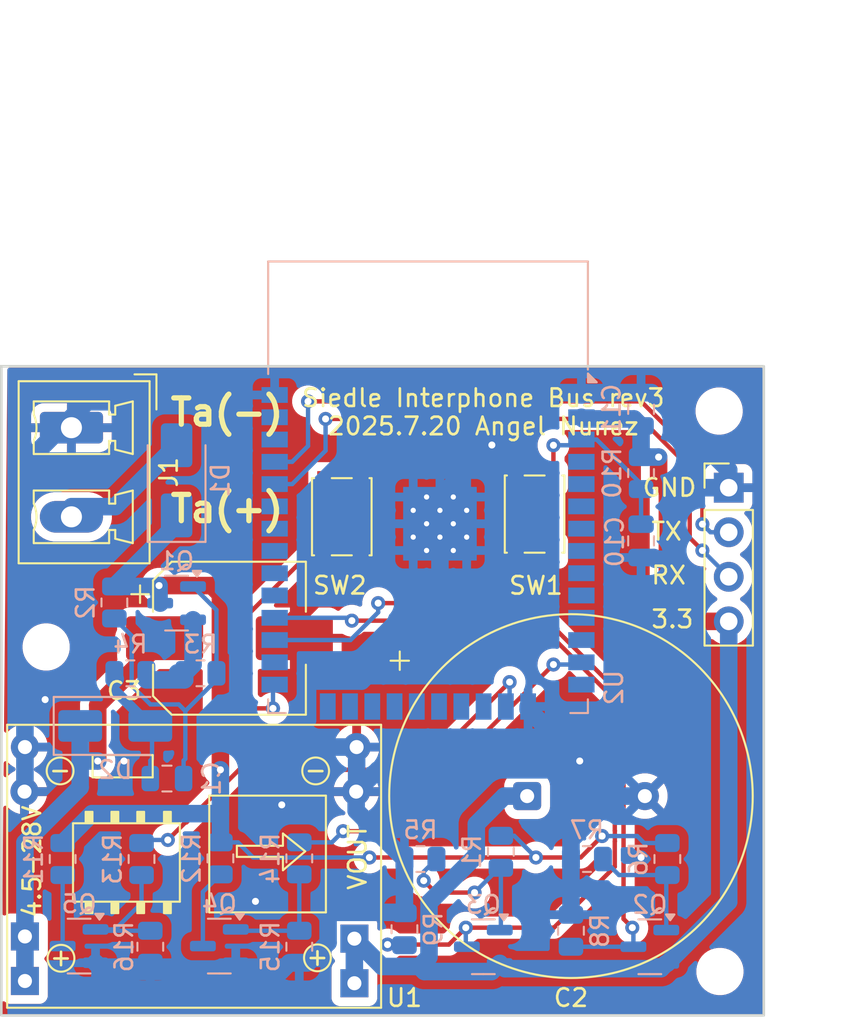
<source format=kicad_pcb>
(kicad_pcb (version 20241229) (generator "pcbnew") (generator_version "9.0")
  (layers (0 "F.Cu" signal) (2 "B.Cu" signal) (13 "F.Paste" user) (15 "B.Paste" user) (5 "F.SilkS" user "F.Silkscreen") (7 "B.SilkS" user "B.Silkscreen") (1 "F.Mask" user) (3 "B.Mask" user) (25 "Edge.Cuts" user))
  (net 0 "")
  (net 1 "Net-(Q1-G)")
  (net 2 "RESET")
  (net 3 "GND")
  (net 4 "+3V3")
  (net 5 "VBUS")
  (net 6 "RX")
  (net 7 "TX")
  (net 8 "/t_out")
  (net 9 "Net-(U2-IO0)")
  (net 13 "Net-(Q2-B)")
  (net 18 "CARRIER")
  (net 19 "Net-(Q3-B)")
  (net 20 "LOAD")
  (net 23 "P_RX")
  (net 25 "Net-(Q4-D)")
  (net 27 "P_TX")
  (net 28 "Net-(Q5-D)")
  (net 39 "/out")
  (net 43 "Net-(Q4-G)")
  (net 44 "Net-(Q5-G)")
  (net 45 "/input+")
  (net 48 "Net-(D2-A)")
  (footprint "MountingHole:MountingHole_2.2mm_M2" (layer "F.Cu") (at 192.5 125)
    (property "Reference" "H2" (hide yes))
    (property "Value" "MountingHole" (hide yes))
    (pad "" np_thru_hole circle (at 0 0) (size 2.2 2.2) (drill 2.2) (layers "*.Cu" "*.Mask"))
  )
  (footprint "Capacitor_THT:CP_Radial_Tantal_D20.5mm_P5.00mm" (layer "F.Cu") (at 181.5 115)
    (property "Reference" "C2" (at 2.5 11.5 0) (layer "F.SilkS"))
    (property "Value" "1F")
    (pad "1" thru_hole roundrect (at 0 0) (size 1.6 1.6) (drill 0.8) (layers "*.Cu" "*.Mask") (roundrect_rratio 0.15625) (net 4 "+3V3"))
    (pad "2" thru_hole circle (at 6.717317 0) (size 1.6 1.6) (drill 0.8) (layers "*.Cu" "*.Mask") (net 3 "GND"))
  )
  (footprint "MountingHole:MountingHole_2.2mm_M2" (layer "F.Cu") (at 154.058021 106.498831)
    (property "Reference" "H3" (hide yes))
    (property "Value" "MountingHole" (hide yes))
    (pad "" np_thru_hole circle (at 0 0) (size 2.2 2.2) (drill 2.2) (layers "*.Cu" "*.Mask"))
  )
  (footprint "Button_Switch_SMD:SW_SPST_PTS810" (layer "F.Cu") (at 181.925 98.925 90)
    (property "Reference" "SW1" (at -4.075 0.075 180) (layer "F.SilkS"))
    (property "Value" "RESET")
    (pad "1" smd rect (at -2.075 -1.075 90) (size 1.05 0.65) (layers "F.Cu" "F.Mask" "F.Paste") (net 3 "GND"))
    (pad "1" smd rect (at 2.075 -1.075 90) (size 1.05 0.65) (layers "F.Cu" "F.Mask" "F.Paste") (net 3 "GND"))
    (pad "2" smd rect (at -2.075 1.075 90) (size 1.05 0.65) (layers "F.Cu" "F.Mask" "F.Paste") (net 2 "RESET"))
    (pad "2" smd rect (at 2.075 1.075 90) (size 1.05 0.65) (layers "F.Cu" "F.Mask" "F.Paste") (net 2 "RESET"))
  )
  (footprint "Connector_Phoenix_MC_HighVoltage:PhoenixContact_MCV_1,5_2-G-5.08_1x02_P5.08mm_Vertical" (layer "F.Cu") (at 155.5 94 -90)
    (property "Reference" "J1" (at 2.54 -5.55 90) (layer "F.SilkS"))
    (property "Value" "Conn_01x02" (hide yes))
    (pad "1" thru_hole roundrect (at 0 0 270) (size 1.8 3.6) (drill 1.2) (layers "*.Cu" "*.Mask") (roundrect_rratio 0.138889) (net 3 "GND"))
    (pad "2" thru_hole oval (at 5.08 0 270) (size 1.8 3.6) (drill 1.2) (layers "*.Cu" "*.Mask") (net 45 "/input+"))
  )
  (footprint "MountingHole:MountingHole_2.2mm_M2" (layer "F.Cu") (at 192.453523 93.051211)
    (property "Reference" "H1" (hide yes))
    (property "Value" "MountingHole" (hide yes))
    (pad "" np_thru_hole circle (at 0 0) (size 2.2 2.2) (drill 2.2) (layers "*.Cu" "*.Mask"))
  )
  (footprint "Converter_DCDC:SRT_MPT1584EN_Module" (layer "F.Cu") (at 163.008 118.4285)
    (property "Reference" "U1" (at 11.492 8.0715 0) (layer "F.SilkS"))
    (property "Value" "~")
    (fp_text user "+" (at -8.1026 5.7531 0) (layer "F.SilkS"))
    (fp_text user "VOUT" (at 8.8138 0.0508 90) (layer "F.SilkS"))
    (fp_text user "-" (at -8.1534 -4.9276 0) (layer "F.SilkS"))
    (fp_text user "+" (at 6.5278 5.7277 0) (layer "F.SilkS"))
    (fp_text user "-" (at 6.4262 -4.9276 0) (layer "F.SilkS"))
    (fp_text user "4.5-28V" (at -9.7536 0.3048 90) (layer "F.SilkS"))
    (pad "1" thru_hole rect (at -10.16 4.572 90) (size 1.6 1.6) (drill 0.8) (layers "*.Cu" "B.Mask") (net 39 "/out"))
    (pad "1" thru_hole rect (at -10.16 7.112 90) (size 1.6 1.6) (drill 0.8) (layers "*.Cu" "B.Mask") (net 39 "/out"))
    (pad "2" thru_hole oval (at -10.1854 -3.683 90) (size 1.6 1.6) (drill 0.8) (layers "*.Cu" "B.Mask") (net 3 "GND"))
    (pad "2" thru_hole oval (at -10.16 -6.223 90) (size 1.6 1.6) (drill 0.8) (layers "*.Cu" "B.Mask") (net 3 "GND"))
    (pad "3" thru_hole rect (at 8.636 4.699 90) (size 1.6 1.6) (drill 0.8) (layers "*.Cu" "B.Mask") (net 4 "+3V3"))
    (pad "3" thru_hole rect (at 8.636 7.239 90) (size 1.6 1.6) (drill 0.8) (layers "*.Cu" "B.Mask") (net 4 "+3V3"))
    (pad "4" thru_hole oval (at 8.7376 -3.683 90) (size 1.6 1.6) (drill 0.8) (layers "*.Cu" "B.Mask") (net 3 "GND"))
    (pad "4" thru_hole oval (at 8.763 -6.223 90) (size 1.6 1.6) (drill 0.8) (layers "*.Cu" "B.Mask") (net 3 "GND"))
  )
  (footprint "Capacitor_SMD:CP_Elec_8x10.5" (layer "F.Cu") (at 164.515686 106)
    (property "Reference" "C3" (at -6.015686 3 0) (layer "F.SilkS"))
    (property "Value" "220uF")
    (pad "1" smd roundrect (at -3.7 0) (size 4.4 2.5) (layers "F.Cu" "F.Mask" "F.Paste") (roundrect_rratio 0.1) (net 39 "/out"))
    (pad "2" smd roundrect (at 3.7 0) (size 4.4 2.5) (layers "F.Cu" "F.Mask" "F.Paste") (roundrect_rratio 0.1) (net 3 "GND"))
  )
  (footprint "Button_Switch_SMD:SW_SPST_PTS810" (layer "F.Cu") (at 170.925 99.075 90)
    (property "Reference" "SW2" (at -3.91719 -0.113814 180) (layer "F.SilkS"))
    (property "Value" "BOOT")
    (pad "1" smd rect (at -2.075 -1.075 90) (size 1.05 0.65) (layers "F.Cu" "F.Mask" "F.Paste") (net 9 "Net-(U2-IO0)"))
    (pad "1" smd rect (at 2.075 -1.075 90) (size 1.05 0.65) (layers "F.Cu" "F.Mask" "F.Paste") (net 9 "Net-(U2-IO0)"))
    (pad "2" smd rect (at -2.075 1.075 90) (size 1.05 0.65) (layers "F.Cu" "F.Mask" "F.Paste") (net 3 "GND"))
    (pad "2" smd rect (at 2.075 1.075 90) (size 1.05 0.65) (layers "F.Cu" "F.Mask" "F.Paste") (net 3 "GND"))
  )
  (footprint "Connector_PinHeader_2.54mm:PinHeader_1x04_P2.54mm_Vertical" (layer "F.Cu") (at 193 97.42)
    (property "Reference" "program_port1" (hide yes))
    (property "Value" "Conn_01x04_Male" (hide yes))
    (pad "1" thru_hole rect (at 0 0) (size 1.7 1.7) (drill 1) (layers "*.Cu" "*.Mask") (net 3 "GND"))
    (pad "2" thru_hole circle (at 0 2.54) (size 1.7 1.7) (drill 1) (layers "*.Cu" "*.Mask") (net 27 "P_TX"))
    (pad "3" thru_hole circle (at 0 5.08) (size 1.7 1.7) (drill 1) (layers "*.Cu" "*.Mask") (net 23 "P_RX"))
    (pad "4" thru_hole circle (at 0 7.62) (size 1.7 1.7) (drill 1) (layers "*.Cu" "*.Mask") (net 4 "+3V3"))
  )
  (footprint "Resistor_SMD:R_0805_2012Metric" (layer "B.Cu") (at 160 123.5875 -90)
    (property "Reference" "R16" (at 0 1.5 90) (layer "B.SilkS") (effects (justify mirror)))
    (property "Value" "10K")
    (pad "1" smd roundrect (at -0.9125 0 270) (size 1.025 1.4) (layers "B.Cu" "B.Mask" "B.Paste") (roundrect_rratio 0.243902) (net 44 "Net-(Q5-G)"))
    (pad "2" smd roundrect (at 0.9125 0 270) (size 1.025 1.4) (layers "B.Cu" "B.Mask" "B.Paste") (roundrect_rratio 0.243902) (net 3 "GND"))
  )
  (footprint "Package_TO_SOT_SMD:SOT-23" (layer "B.Cu") (at 188.5 123.5875 180)
    (property "Reference" "Q2" (at 0 2.4 0) (layer "B.SilkS") (effects (justify mirror)))
    (property "Value" "BC807")
    (pad "1" smd roundrect (at -0.9375 0.95 180) (size 1.475 0.6) (layers "B.Cu" "B.Mask" "B.Paste") (net 13 "Net-(Q2-B)"))
    (pad "2" smd roundrect (at -0.9375 -0.95 180) (size 1.475 0.6) (layers "B.Cu" "B.Mask" "B.Paste") (net 4 "+3V3"))
    (pad "3" smd roundrect (at 0.9375 0 180) (size 1.475 0.6) (layers "B.Cu" "B.Mask" "B.Paste") (net 18 "CARRIER"))
  )
  (footprint "Package_TO_SOT_SMD:SOT-23" (layer "B.Cu") (at 163.9375 123.55 180)
    (property "Reference" "Q4" (at 0 2.4 0) (layer "B.SilkS") (effects (justify mirror)))
    (property "Value" "IRLML0030")
    (pad "1" smd roundrect (at -0.9375 0.95 180) (size 1.475 0.6) (layers "B.Cu" "B.Mask" "B.Paste") (net 43 "Net-(Q4-G)"))
    (pad "2" smd roundrect (at -0.9375 -0.95 180) (size 1.475 0.6) (layers "B.Cu" "B.Mask" "B.Paste") (net 3 "GND"))
    (pad "3" smd roundrect (at 0.9375 0 180) (size 1.475 0.6) (layers "B.Cu" "B.Mask" "B.Paste") (net 25 "Net-(Q4-D)"))
  )
  (footprint "Diode_SMD:D_SMA" (layer "B.Cu") (at 161.5 97 90)
    (property "Reference" "D1" (at 0 2.5 90) (layer "B.SilkS") (effects (justify mirror)))
    (property "Value" "US2MA")
    (pad "1" smd roundrect (at -2 0 90) (size 2.5 1.8) (layers "B.Cu" "B.Mask" "B.Paste") (roundrect_rratio 0.1388888889) (net 5 "VBUS"))
    (pad "2" smd roundrect (at 2 0 90) (size 2.5 1.8) (layers "B.Cu" "B.Mask" "B.Paste") (roundrect_rratio 0.1388888889) (net 45 "/input+"))
  )
  (footprint "Resistor_SMD:R_0805_2012Metric" (layer "B.Cu") (at 184 122.675 90)
    (property "Reference" "R8" (at 0 1.65 90) (layer "B.SilkS") (effects (justify mirror)))
    (property "Value" "1K")
    (pad "1" smd roundrect (at -0.9125 0 90) (size 1.025 1.4) (layers "B.Cu" "B.Mask" "B.Paste") (roundrect_rratio 0.243902) (net 18 "CARRIER"))
    (pad "2" smd roundrect (at 0.9125 0 90) (size 1.025 1.4) (layers "B.Cu" "B.Mask" "B.Paste") (roundrect_rratio 0.243902) (net 3 "GND"))
  )
  (footprint "Resistor_SMD:R_0805_2012Metric" (layer "B.Cu") (at 180 118.175 -90)
    (property "Reference" "R1" (at 0 1.65 90) (layer "B.SilkS") (effects (justify mirror)))
    (property "Value" "10K")
    (pad "1" smd roundrect (at -0.9125 0 270) (size 1.025 1.4) (layers "B.Cu" "B.Mask" "B.Paste") (roundrect_rratio 0.243902) (net 5 "VBUS"))
    (pad "2" smd roundrect (at 0.9125 0 270) (size 1.025 1.4) (layers "B.Cu" "B.Mask" "B.Paste") (roundrect_rratio 0.243902) (net 19 "Net-(Q3-B)"))
  )
  (footprint "Package_TO_SOT_SMD:SOT-23" (layer "B.Cu") (at 179 123.5875 180)
    (property "Reference" "Q3" (at 0 2.4 0) (layer "B.SilkS") (effects (justify mirror)))
    (property "Value" "BC807")
    (pad "1" smd roundrect (at -0.9375 0.95 180) (size 1.475 0.6) (layers "B.Cu" "B.Mask" "B.Paste") (net 19 "Net-(Q3-B)"))
    (pad "2" smd roundrect (at -0.9375 -0.95 180) (size 1.475 0.6) (layers "B.Cu" "B.Mask" "B.Paste") (net 4 "+3V3"))
    (pad "3" smd roundrect (at 0.9375 0 180) (size 1.475 0.6) (layers "B.Cu" "B.Mask" "B.Paste") (net 6 "RX"))
  )
  (footprint "Resistor_SMD:R_0805_2012Metric" (layer "B.Cu") (at 168.5 118.55 -90)
    (property "Reference" "R14" (at 0 1.65 90) (layer "B.SilkS") (effects (justify mirror)))
    (property "Value" "0")
    (pad "1" smd roundrect (at -0.9125 0 270) (size 1.025 1.4) (layers "B.Cu" "B.Mask" "B.Paste") (roundrect_rratio 0.243902) (net 7 "TX"))
    (pad "2" smd roundrect (at 0.9125 0 270) (size 1.025 1.4) (layers "B.Cu" "B.Mask" "B.Paste") (roundrect_rratio 0.243902) (net 43 "Net-(Q4-G)"))
  )
  (footprint "Resistor_SMD:R_0805_2012Metric" (layer "B.Cu") (at 175.4125 118.5875 180)
    (property "Reference" "R5" (at 0 1.65 0) (layer "B.SilkS") (effects (justify mirror)))
    (property "Value" "10K")
    (pad "1" smd roundrect (at -0.9125 0 180) (size 1.025 1.4) (layers "B.Cu" "B.Mask" "B.Paste") (roundrect_rratio 0.243902) (net 19 "Net-(Q3-B)"))
    (pad "2" smd roundrect (at 0.9125 0 180) (size 1.025 1.4) (layers "B.Cu" "B.Mask" "B.Paste") (roundrect_rratio 0.243902) (net 3 "GND"))
  )
  (footprint "Resistor_SMD:R_0805_2012Metric" (layer "B.Cu") (at 155 118.5875 -90)
    (property "Reference" "R11" (at 0 1.65 90) (layer "B.SilkS") (effects (justify mirror)))
    (property "Value" "200")
    (pad "1" smd roundrect (at -0.9125 0 270) (size 1.025 1.4) (layers "B.Cu" "B.Mask" "B.Paste") (roundrect_rratio 0.243902) (net 5 "VBUS"))
    (pad "2" smd roundrect (at 0.9125 0 270) (size 1.025 1.4) (layers "B.Cu" "B.Mask" "B.Paste") (roundrect_rratio 0.243902) (net 28 "Net-(Q5-D)"))
  )
  (footprint "Resistor_SMD:R_0805_2012Metric" (layer "B.Cu") (at 184.9125 118.5875 180)
    (property "Reference" "R7" (at 0 1.65 0) (layer "B.SilkS") (effects (justify mirror)))
    (property "Value" "2K")
    (pad "1" smd roundrect (at -0.9125 0 180) (size 1.025 1.4) (layers "B.Cu" "B.Mask" "B.Paste") (roundrect_rratio 0.243902) (net 13 "Net-(Q2-B)"))
    (pad "2" smd roundrect (at 0.9125 0 180) (size 1.025 1.4) (layers "B.Cu" "B.Mask" "B.Paste") (roundrect_rratio 0.243902) (net 3 "GND"))
  )
  (footprint "Resistor_SMD:R_0805_2012Metric" (layer "B.Cu") (at 159.5 118.5875 -90)
    (property "Reference" "R13" (at 0 1.65 90) (layer "B.SilkS") (effects (justify mirror)))
    (property "Value" "0")
    (pad "1" smd roundrect (at -0.9125 0 270) (size 1.025 1.4) (layers "B.Cu" "B.Mask" "B.Paste") (roundrect_rratio 0.243902) (net 20 "LOAD"))
    (pad "2" smd roundrect (at 0.9125 0 270) (size 1.025 1.4) (layers "B.Cu" "B.Mask" "B.Paste") (roundrect_rratio 0.243902) (net 44 "Net-(Q5-G)"))
  )
  (footprint "Resistor_SMD:R_0805_2012Metric" (layer "B.Cu") (at 189.5 118.5875 -90)
    (property "Reference" "R6" (at 0 1.65 90) (layer "B.SilkS") (effects (justify mirror)))
    (property "Value" "10K")
    (pad "1" smd roundrect (at -0.9125 0 270) (size 1.025 1.4) (layers "B.Cu" "B.Mask" "B.Paste") (roundrect_rratio 0.243902) (net 5 "VBUS"))
    (pad "2" smd roundrect (at 0.9125 0 270) (size 1.025 1.4) (layers "B.Cu" "B.Mask" "B.Paste") (roundrect_rratio 0.243902) (net 13 "Net-(Q2-B)"))
  )
  (footprint "RF_Module:ESP32-WROOM-32" (layer "B.Cu") (at 175.845 100.385 180)
    (property "Reference" "U2" (at -10.61 -8.43 90) (layer "B.SilkS") (effects (justify mirror)))
    (property "Value" "ESP32-WROOM-32")
    (pad "1" smd rect (at -8.75 8.25 180) (size 1.5 0.9) (layers "B.Cu" "B.Mask" "B.Paste") (net 3 "GND"))
    (pad "2" smd rect (at -8.75 6.98 180) (size 1.5 0.9) (layers "B.Cu" "B.Mask" "B.Paste") (net 4 "+3V3"))
    (pad "3" smd rect (at -8.75 5.71 180) (size 1.5 0.9) (layers "B.Cu" "B.Mask" "B.Paste") (net 2 "RESET"))
    (pad "4" smd rect (at -8.75 4.44 180) (size 1.5 0.9) (layers "B.Cu" "B.Mask" "B.Paste"))
    (pad "5" smd rect (at -8.75 3.17 180) (size 1.5 0.9) (layers "B.Cu" "B.Mask" "B.Paste"))
    (pad "6" smd rect (at -8.75 1.9 180) (size 1.5 0.9) (layers "B.Cu" "B.Mask" "B.Paste"))
    (pad "7" smd rect (at -8.75 0.63 180) (size 1.5 0.9) (layers "B.Cu" "B.Mask" "B.Paste"))
    (pad "8" smd rect (at -8.75 -0.64 180) (size 1.5 0.9) (layers "B.Cu" "B.Mask" "B.Paste"))
    (pad "9" smd rect (at -8.75 -1.91 180) (size 1.5 0.9) (layers "B.Cu" "B.Mask" "B.Paste"))
    (pad "10" smd rect (at -8.75 -3.18 180) (size 1.5 0.9) (layers "B.Cu" "B.Mask" "B.Paste"))
    (pad "11" smd rect (at -8.75 -4.45 180) (size 1.5 0.9) (layers "B.Cu" "B.Mask" "B.Paste"))
    (pad "12" smd rect (at -8.75 -5.72 180) (size 1.5 0.9) (layers "B.Cu" "B.Mask" "B.Paste"))
    (pad "13" smd rect (at -8.75 -6.99 180) (size 1.5 0.9) (layers "B.Cu" "B.Mask" "B.Paste") (net 7 "TX"))
    (pad "14" smd rect (at -8.75 -8.26 180) (size 1.5 0.9) (layers "B.Cu" "B.Mask" "B.Paste"))
    (pad "15" smd rect (at -5.71 -9.51 90) (size 1.5 0.9) (layers "B.Cu" "B.Mask" "B.Paste") (net 3 "GND"))
    (pad "16" smd rect (at -4.44 -9.51 90) (size 1.5 0.9) (layers "B.Cu" "B.Mask" "B.Paste") (net 20 "LOAD"))
    (pad "17" smd rect (at -3.17 -9.51 90) (size 1.5 0.9) (layers "B.Cu" "B.Mask" "B.Paste"))
    (pad "18" smd rect (at -1.9 -9.51 90) (size 1.5 0.9) (layers "B.Cu" "B.Mask" "B.Paste"))
    (pad "19" smd rect (at -0.63 -9.51 90) (size 1.5 0.9) (layers "B.Cu" "B.Mask" "B.Paste"))
    (pad "20" smd rect (at 0.64 -9.51 90) (size 1.5 0.9) (layers "B.Cu" "B.Mask" "B.Paste"))
    (pad "21" smd rect (at 1.91 -9.51 90) (size 1.5 0.9) (layers "B.Cu" "B.Mask" "B.Paste"))
    (pad "22" smd rect (at 3.18 -9.51 90) (size 1.5 0.9) (layers "B.Cu" "B.Mask" "B.Paste"))
    (pad "23" smd rect (at 4.45 -9.51 90) (size 1.5 0.9) (layers "B.Cu" "B.Mask" "B.Paste"))
    (pad "24" smd rect (at 5.72 -9.51 90) (size 1.5 0.9) (layers "B.Cu" "B.Mask" "B.Paste"))
    (pad "25" smd rect (at 8.75 -8.26 180) (size 1.5 0.9) (layers "B.Cu" "B.Mask" "B.Paste") (net 9 "Net-(U2-IO0)"))
    (pad "26" smd rect (at 8.75 -6.99 180) (size 1.5 0.9) (layers "B.Cu" "B.Mask" "B.Paste"))
    (pad "27" smd rect (at 8.75 -5.72 180) (size 1.5 0.9) (layers "B.Cu" "B.Mask" "B.Paste") (net 18 "CARRIER"))
    (pad "28" smd rect (at 8.75 -4.45 180) (size 1.5 0.9) (layers "B.Cu" "B.Mask" "B.Paste") (net 6 "RX"))
    (pad "29" smd rect (at 8.75 -3.18 180) (size 1.5 0.9) (layers "B.Cu" "B.Mask" "B.Paste"))
    (pad "30" smd rect (at 8.75 -1.91 180) (size 1.5 0.9) (layers "B.Cu" "B.Mask" "B.Paste"))
    (pad "31" smd rect (at 8.75 -0.64 180) (size 1.5 0.9) (layers "B.Cu" "B.Mask" "B.Paste"))
    (pad "32" smd rect (at 8.75 0.63 180) (size 1.5 0.9) (layers "B.Cu" "B.Mask" "B.Paste"))
    (pad "33" smd rect (at 8.75 1.9 180) (size 1.5 0.9) (layers "B.Cu" "B.Mask" "B.Paste"))
    (pad "34" smd rect (at 8.75 3.17 180) (size 1.5 0.9) (layers "B.Cu" "B.Mask" "B.Paste") (net 23 "P_RX"))
    (pad "35" smd rect (at 8.75 4.44 180) (size 1.5 0.9) (layers "B.Cu" "B.Mask" "B.Paste") (net 27 "P_TX"))
    (pad "36" smd rect (at 8.75 5.71 180) (size 1.5 0.9) (layers "B.Cu" "B.Mask" "B.Paste"))
    (pad "37" smd rect (at 8.75 6.98 180) (size 1.5 0.9) (layers "B.Cu" "B.Mask" "B.Paste"))
    (pad "38" smd rect (at 8.75 8.25 180) (size 1.5 0.9) (layers "B.Cu" "B.Mask" "B.Paste") (net 3 "GND"))
    (pad "39" smd rect (at -2.205 -0.615 180) (size 1.05 1.05) (layers "B.Cu" "B.Paste") (net 3 "GND"))
    (pad "39" thru_hole circle (at -2.205 0.1475 180) (size 0.6 0.6) (drill 0.3) (property pad_prop_heatsink) (layers "*.Cu" "B.Mask") (net 3 "GND"))
    (pad "39" smd rect (at -2.205 0.91 180) (size 1.05 1.05) (layers "B.Cu" "B.Paste") (net 3 "GND"))
    (pad "39" thru_hole circle (at -2.205 1.6725 180) (size 0.6 0.6) (drill 0.3) (property pad_prop_heatsink) (layers "*.Cu" "B.Mask") (net 3 "GND"))
    (pad "39" smd rect (at -2.205 2.435 180) (size 1.05 1.05) (layers "B.Cu" "B.Paste") (net 3 "GND"))
    (pad "39" thru_hole circle (at -1.4425 -0.615 180) (size 0.6 0.6) (drill 0.3) (property pad_prop_heatsink) (layers "*.Cu" "B.Mask") (net 3 "GND"))
    (pad "39" thru_hole circle (at -1.4425 0.91 180) (size 0.6 0.6) (drill 0.3) (property pad_prop_heatsink) (layers "*.Cu" "B.Mask") (net 3 "GND"))
    (pad "39" thru_hole circle (at -1.4425 2.435 180) (size 0.6 0.6) (drill 0.3) (property pad_prop_heatsink) (layers "*.Cu" "B.Mask") (net 3 "GND"))
    (pad "39" smd rect (at -0.68 -0.615 180) (size 1.05 1.05) (layers "B.Cu" "B.Paste") (net 3 "GND"))
    (pad "39" thru_hole circle (at -0.68 0.1475 180) (size 0.6 0.6) (drill 0.3) (property pad_prop_heatsink) (layers "*.Cu" "B.Mask") (net 3 "GND"))
    (pad "39" smd rect (at -0.68 0.91 180) (size 1.05 1.05) (layers "B.Cu" "B.Paste") (net 3 "GND"))
    (pad "39" smd rect (at -0.68 0.91 180) (size 4.2 4.2) (property pad_prop_heatsink) (layers "B.Cu" "B.Mask") (net 3 "GND"))
    (pad "39" thru_hole circle (at -0.68 1.6725 180) (size 0.6 0.6) (drill 0.3) (property pad_prop_heatsink) (layers "*.Cu" "B.Mask") (net 3 "GND"))
    (pad "39" smd rect (at -0.68 2.435 180) (size 1.05 1.05) (layers "B.Cu" "B.Paste") (net 3 "GND"))
    (pad "39" thru_hole circle (at 0.0825 -0.615 180) (size 0.6 0.6) (drill 0.3) (property pad_prop_heatsink) (layers "*.Cu" "B.Mask") (net 3 "GND"))
    (pad "39" thru_hole circle (at 0.0825 0.91 180) (size 0.6 0.6) (drill 0.3) (property pad_prop_heatsink) (layers "*.Cu" "B.Mask") (net 3 "GND"))
    (pad "39" thru_hole circle (at 0.0825 2.435 180) (size 0.6 0.6) (drill 0.3) (property pad_prop_heatsink) (layers "*.Cu" "B.Mask") (net 3 "GND"))
    (pad "39" smd rect (at 0.845 -0.615 180) (size 1.05 1.05) (layers "B.Cu" "B.Paste") (net 3 "GND"))
    (pad "39" thru_hole circle (at 0.845 0.1475 180) (size 0.6 0.6) (drill 0.3) (property pad_prop_heatsink) (layers "*.Cu" "B.Mask") (net 3 "GND"))
    (pad "39" smd rect (at 0.845 0.91 180) (size 1.05 1.05) (layers "B.Cu" "B.Paste") (net 3 "GND"))
    (pad "39" thru_hole circle (at 0.845 1.6725 180) (size 0.6 0.6) (drill 0.3) (property pad_prop_heatsink) (layers "*.Cu" "B.Mask") (net 3 "GND"))
    (pad "39" smd rect (at 0.845 2.435 180) (size 1.05 1.05) (layers "B.Cu" "B.Paste") (net 3 "GND"))
    (zone (net 0) (net_name "") (layers "F.Cu" "B.Cu") (connect_pads (clearance 0)) (min_thickness 0.254)
      (keepout (tracks not_allowed) (vias not_allowed) (pads not_allowed) (copperpour not_allowed) (footprints not_allowed))
      (fill (thermal_gap 0.508) (thermal_bridge_width 0.508))
      (polygon (pts (xy 199.845 90.585) (xy 151.845 90.585) (xy 151.845 69.645) (xy 199.845 69.645)))
    )
  )
  (footprint "Diode_SMD:D_SMA" (layer "B.Cu") (at 158 111)
    (property "Reference" "D2" (at 0 2.5 0) (layer "B.SilkS") (effects (justify mirror)))
    (property "Value" "US2MA" (hide yes))
    (pad "1" smd roundrect (at -2 0) (size 2.5 1.8) (layers "B.Cu" "B.Mask" "B.Paste") (roundrect_rratio 0.1388888889) (net 39 "/out"))
    (pad "2" smd roundrect (at 2 0) (size 2.5 1.8) (layers "B.Cu" "B.Mask" "B.Paste") (roundrect_rratio 0.1388888889) (net 48 "Net-(D2-A)"))
  )
  (footprint "Resistor_SMD:R_0805_2012Metric" (layer "B.Cu") (at 164 118.55 -90)
    (property "Reference" "R12" (at 0 1.65 90) (layer "B.SilkS") (effects (justify mirror)))
    (property "Value" "10")
    (pad "1" smd roundrect (at -0.9125 0 270) (size 1.025 1.4) (layers "B.Cu" "B.Mask" "B.Paste") (roundrect_rratio 0.243902) (net 5 "VBUS"))
    (pad "2" smd roundrect (at 0.9125 0 270) (size 1.025 1.4) (layers "B.Cu" "B.Mask" "B.Paste") (roundrect_rratio 0.243902) (net 25 "Net-(Q4-D)"))
  )
  (footprint "Package_TO_SOT_SMD:SOT-23" (layer "B.Cu") (at 161.5 104 180)
    (property "Reference" "Q1" (at 0 2.4 0) (layer "B.SilkS") (effects (justify mirror)))
    (property "Value" "IRLML0030" (hide yes))
    (pad "1" smd roundrect (at -0.9375 0.95 180) (size 1.475 0.6) (layers "B.Cu" "B.Mask" "B.Paste") (net 1 "Net-(Q1-G)"))
    (pad "2" smd roundrect (at -0.9375 -0.95 180) (size 1.475 0.6) (layers "B.Cu" "B.Mask" "B.Paste") (net 8 "/t_out"))
    (pad "3" smd roundrect (at 0.9375 0 180) (size 1.475 0.6) (layers "B.Cu" "B.Mask" "B.Paste") (net 5 "VBUS"))
  )
  (footprint "Capacitor_SMD:C_0805_2012Metric" (layer "B.Cu") (at 188 100.45 90)
    (property "Reference" "C10" (at -0.05 -1.5 90) (layer "B.SilkS") (effects (justify mirror)))
    (property "Value" "10uF")
    (pad "1" smd roundrect (at -0.95 0 90) (size 1 1.45) (layers "B.Cu" "B.Mask" "B.Paste") (net 3 "GND"))
    (pad "2" smd roundrect (at 0.95 0 90) (size 1 1.45) (layers "B.Cu" "B.Mask" "B.Paste") (net 2 "RESET"))
  )
  (footprint "Package_TO_SOT_SMD:SOT-23" (layer "B.Cu") (at 155.9375 123.55 180)
    (property "Reference" "Q5" (at 0 2.4 0) (layer "B.SilkS") (effects (justify mirror)))
    (property "Value" "IRLML0030")
    (pad "1" smd roundrect (at -0.9375 0.95 180) (size 1.475 0.6) (layers "B.Cu" "B.Mask" "B.Paste") (net 44 "Net-(Q5-G)"))
    (pad "2" smd roundrect (at -0.9375 -0.95 180) (size 1.475 0.6) (layers "B.Cu" "B.Mask" "B.Paste") (net 3 "GND"))
    (pad "3" smd roundrect (at 0.9375 0 180) (size 1.475 0.6) (layers "B.Cu" "B.Mask" "B.Paste") (net 28 "Net-(Q5-D)"))
  )
  (footprint "Resistor_SMD:R_0805_2012Metric" (layer "B.Cu") (at 157.95 103.9625 -90)
    (property "Reference" "R2" (at 0 1.65 90) (layer "B.SilkS") (effects (justify mirror)))
    (property "Value" "47")
    (pad "1" smd roundrect (at -0.9125 0 270) (size 1.025 1.4) (layers "B.Cu" "B.Mask" "B.Paste") (roundrect_rratio 0.243902) (net 5 "VBUS"))
    (pad "2" smd roundrect (at 0.9125 0 270) (size 1.025 1.4) (layers "B.Cu" "B.Mask" "B.Paste") (roundrect_rratio 0.243902) (net 1 "Net-(Q1-G)"))
  )
  (footprint "Resistor_SMD:R_0805_2012Metric" (layer "B.Cu") (at 162.8625 108 180)
    (property "Reference" "R3" (at 0 1.65 0) (layer "B.SilkS") (effects (justify mirror)))
    (property "Value" "120")
    (pad "1" smd roundrect (at -0.9125 0 180) (size 1.025 1.4) (layers "B.Cu" "B.Mask" "B.Paste") (roundrect_rratio 0.243902) (net 1 "Net-(Q1-G)"))
    (pad "2" smd roundrect (at 0.9125 0 180) (size 1.025 1.4) (layers "B.Cu" "B.Mask" "B.Paste") (roundrect_rratio 0.243902) (net 8 "/t_out"))
  )
  (footprint "Capacitor_SMD:C_0805_2012Metric" (layer "B.Cu") (at 188 92.95 -90)
    (property "Reference" "C11" (at 0 1.68 90) (layer "B.SilkS") (effects (justify mirror)))
    (property "Value" "100nF")
    (pad "1" smd roundrect (at -0.95 0 270) (size 1 1.45) (layers "B.Cu" "B.Mask" "B.Paste") (net 3 "GND"))
    (pad "2" smd roundrect (at 0.95 0 270) (size 1 1.45) (layers "B.Cu" "B.Mask" "B.Paste") (net 4 "+3V3"))
  )
  (footprint "Resistor_SMD:R_0805_2012Metric" (layer "B.Cu") (at 158.8625 108 180)
    (property "Reference" "R4" (at 0 1.65 0) (layer "B.SilkS") (effects (justify mirror)))
    (property "Value" "10")
    (pad "1" smd roundrect (at -0.9125 0 180) (size 1.025 1.4) (layers "B.Cu" "B.Mask" "B.Paste") (roundrect_rratio 0.243902) (net 8 "/t_out"))
    (pad "2" smd roundrect (at 0.9125 0 180) (size 1.025 1.4) (layers "B.Cu" "B.Mask" "B.Paste") (roundrect_rratio 0.243902) (net 48 "Net-(D2-A)"))
  )
  (footprint "Resistor_SMD:R_0805_2012Metric" (layer "B.Cu") (at 168.5 123.5875 -90)
    (property "Reference" "R15" (at 0 1.65 90) (layer "B.SilkS") (effects (justify mirror)))
    (property "Value" "10K")
    (pad "1" smd roundrect (at -0.9125 0 270) (size 1.025 1.4) (layers "B.Cu" "B.Mask" "B.Paste") (roundrect_rratio 0.243902) (net 43 "Net-(Q4-G)"))
    (pad "2" smd roundrect (at 0.9125 0 270) (size 1.025 1.4) (layers "B.Cu" "B.Mask" "B.Paste") (roundrect_rratio 0.243902) (net 3 "GND"))
  )
  (footprint "Capacitor_SMD:C_0805_2012Metric" (layer "B.Cu") (at 160.95 114 180)
    (property "Reference" "C1" (at -2.55 0 90) (layer "B.SilkS") (effects (justify mirror)))
    (property "Value" "100n")
    (pad "1" smd roundrect (at -0.95 0 180) (size 1 1.45) (layers "B.Cu" "B.Mask" "B.Paste") (net 1 "Net-(Q1-G)"))
    (pad "2" smd roundrect (at 0.95 0 180) (size 1 1.45) (layers "B.Cu" "B.Mask" "B.Paste") (net 48 "Net-(D2-A)"))
  )
  (footprint "Resistor_SMD:R_0805_2012Metric" (layer "B.Cu") (at 188 96.5875 -90)
    (property "Reference" "R10" (at 0 1.65 90) (layer "B.SilkS") (effects (justify mirror)))
    (property "Value" "12K")
    (pad "1" smd roundrect (at -0.9125 0 270) (size 1.025 1.4) (layers "B.Cu" "B.Mask" "B.Paste") (roundrect_rratio 0.243902) (net 4 "+3V3"))
    (pad "2" smd roundrect (at 0.9125 0 270) (size 1.025 1.4) (layers "B.Cu" "B.Mask" "B.Paste") (roundrect_rratio 0.243902) (net 2 "RESET"))
  )
  (footprint "Resistor_SMD:R_0805_2012Metric" (layer "B.Cu") (at 174.5 122.5875 90)
    (property "Reference" "R9" (at 0 1.65 90) (layer "B.SilkS") (effects (justify mirror)))
    (property "Value" "1K")
    (pad "1" smd roundrect (at -0.9125 0 90) (size 1.025 1.4) (layers "B.Cu" "B.Mask" "B.Paste") (roundrect_rratio 0.243902) (net 6 "RX"))
    (pad "2" smd roundrect (at 0.9125 0 90) (size 1.025 1.4) (layers "B.Cu" "B.Mask" "B.Paste") (roundrect_rratio 0.243902) (net 3 "GND"))
  )
  (gr_rect (start 151.5 90.5) (end 195 127.5) (stroke (width 0.15)) (fill no) (layer "Edge.Cuts"))
  (gr_text "Siedle Interphone Bus rev3\n2025.7.20 Angel Nunez" (at 179 94.5 0) (layer "F.SilkS") (effects (font (size 1 1)) (justify bottom)))
  (gr_text "Ta(+)" (at 161 99.5 0) (layer "F.SilkS") (effects (font (size 1.5 1.5) (thickness 0.3) (bold yes)) (justify left bottom)))
  (gr_text "RX" (at 188.5 103 0) (layer "F.SilkS") (effects (font (size 1 1)) (justify left bottom)))
  (gr_text "TX" (at 188.5 100.5 0) (layer "F.SilkS") (effects (font (size 1 1)) (justify left bottom)))
  (gr_text "GND" (at 188 98 0) (layer "F.SilkS") (effects (font (size 1 1)) (justify left bottom)))
  (gr_text "3.3" (at 188.5 105.5 0) (layer "F.SilkS") (effects (font (size 1 1)) (justify left bottom)))
  (gr_text "Ta(-)" (at 161 94 0) (layer "F.SilkS") (effects (font (size 1.5 1.5) (thickness 0.3) (bold yes)) (justify left bottom)))
  (segment (start 162.4375 103.05) (end 163.775 104.3875) (width 0.25) (layer "B.Cu") (net 1))
  (segment (start 160.00586 109.774) (end 161.624 109.774) (width 0.25) (layer "B.Cu") (net 1))
  (segment (start 162 112.875) (end 161.9 112.975) (width 0.25) (layer "B.Cu") (net 1))
  (segment (start 161.624 109.774) (end 162 110.15) (width 0.25) (layer "B.Cu") (net 1))
  (segment (start 158.9365 105.8615) (end 158.9365 108.70464) (width 0.25) (layer "B.Cu") (net 1))
  (segment (start 163.775 104.3875) (end 163.775 108) (width 0.25) (layer "B.Cu") (net 1))
  (segment (start 162 110.15) (end 163.775 108.375) (width 0.25) (layer "B.Cu") (net 1))
  (segment (start 161.9 112.975) (end 161.9 114) (width 0.25) (layer "B.Cu") (net 1))
  (segment (start 162 112.875) (end 162 110.15) (width 0.25) (layer "B.Cu") (net 1))
  (segment (start 157.95 104.875) (end 158.9365 105.8615) (width 0.25) (layer "B.Cu") (net 1))
  (segment (start 158.9365 108.70464) (end 160.00586 109.774) (width 0.25) (layer "B.Cu") (net 1))
  (segment (start 183 96.85) (end 183 101) (width 0.25) (layer "F.Cu") (net 2))
  (segment (start 183 96.85) (end 183 95) (width 0.25) (layer "F.Cu") (net 2))
  (via (at 183 95) (size 0.8) (drill 0.4) (layers "F.Cu" "B.Cu") (net 2))
  (segment (start 188 97.209014) (end 188 97.5) (width 0.25) (layer "B.Cu") (net 2))
  (segment (start 188 97.5) (end 188 99.5) (width 0.25) (layer "B.Cu") (net 2))
  (segment (start 185.465986 94.675) (end 188 97.209014) (width 0.25) (layer "B.Cu") (net 2))
  (segment (start 184.27 95) (end 184.595 94.675) (width 0.25) (layer "B.Cu") (net 2))
  (segment (start 184.595 94.675) (end 185.465986 94.675) (width 0.25) (layer "B.Cu") (net 2))
  (segment (start 183 95) (end 184.27 95) (width 0.25) (layer "B.Cu") (net 2))
  (segment (start 172 97) (end 172 101.15) (width 1) (layer "F.Cu") (net 3))
  (segment (start 168 106) (end 168 105.15) (width 1) (layer "F.Cu") (net 3))
  (segment (start 168 105.15) (end 172 101.15) (width 1) (layer "F.Cu") (net 3))
  (segment (start 180.85 96.85) (end 180.85 101) (width 1) (layer "F.Cu") (net 3))
  (segment (start 172 97) (end 177.475 97) (width 1) (layer "F.Cu") (net 3))
  (segment (start 180.85 96.85) (end 180.85 96.35) (width 1) (layer "F.Cu") (net 3))
  (segment (start 177.475 97) (end 179.4875 94.9875) (width 1) (layer "F.Cu") (net 3))
  (segment (start 180.85 96.35) (end 179.4875 94.9875) (width 1) (layer "F.Cu") (net 3))
  (via (at 179.4875 94.9875) (size 0.8) (drill 0.4) (layers "F.Cu" "B.Cu") (net 3))
  (via (at 167.5 115.5) (size 0.8) (drill 0.4) (layers "F.Cu" "B.Cu") (net 3))
  (via (at 166 121) (size 0.8) (drill 0.4) (layers "F.Cu" "B.Cu") (net 3))
  (via (at 188 118.5) (size 0.8) (drill 0.4) (layers "F.Cu" "B.Cu") (net 3))
  (via (at 158.5 113) (size 0.8) (drill 0.4) (layers "F.Cu" "B.Cu") (net 3))
  (via (at 184.5 113) (size 0.8) (drill 0.4) (layers "F.Cu" "B.Cu") (net 3))
  (via (at 154 109.5) (size 0.8) (drill 0.4) (layers "F.Cu" "B.Cu") (net 3))
  (segment (start 184.5 113) (end 185 113.5) (width 1) (layer "B.Cu") (net 3))
  (segment (start 181.555 109.895) (end 181.555 110.055) (width 1) (layer "B.Cu") (net 3))
  (segment (start 172.9911 113.5) (end 185 113.5) (width 1) (layer "B.Cu") (net 3))
  (segment (start 193 96.411578) (end 188.588422 92) (width 1) (layer "B.Cu") (net 3))
  (segment (start 166.7055 112.2055) (end 167 112.2055) (width 1) (layer "B.Cu") (net 3))
  (segment (start 193 97.42) (end 191.15 97.42) (width 1) (layer "B.Cu") (net 3))
  (segment (start 165 110.5) (end 166.7055 112.2055) (width 1) (layer "B.Cu") (net 3))
  (segment (start 191.15 97.42) (end 190 98.57) (width 1) (layer "B.Cu") (net 3))
  (segment (start 171.771 112.2055) (end 171.771 114.7201) (width 1) (layer "B.Cu") (net 3))
  (segment (start 157.375 125) (end 156.875 124.5) (width 1) (layer "B.Cu") (net 3))
  (segment (start 154 109.5) (end 155.909021 107.590979) (width 1) (layer "B.Cu") (net 3))
  (segment (start 190 98.57) (end 190 101.5) (width 1) (layer "B.Cu") (net 3))
  (segment (start 188.725 101.4) (end 188 101.4) (width 1) (layer "B.Cu") (net 3))
  (segment (start 152.70819 102.531291) (end 152.649 102.531291) (width 1) (layer "B.Cu") (net 3))
  (segment (start 152.649 114.5719) (end 152.8226 114.7455) (width 1) (layer "B.Cu") (net 3))
  (segment (start 155.909021 107.590979) (end 155.909021 105.732122) (width 1) (layer "B.Cu") (net 3))
  (segment (start 171.7456 115.8331) (end 174.5 118.5875) (width 1) (layer "B.Cu") (net 3))
  (segment (start 152.649 102.531291) (end 152.649 96.271) (width 1) (layer "B.Cu") (net 3))
  (segment (start 170.143 121.6265) (end 170.143 123.357) (width 1) (layer "B.Cu") (net 3))
  (segment (start 167.9375 124.5) (end 167.4375 125) (width 1) (layer "B.Cu") (net 3))
  (segment (start 188.825 101.5) (end 188.725 101.4) (width 1) (layer "B.Cu") (net 3))
  (segment (start 165 93) (end 165 110.5) (width 1) (layer "B.Cu") (net 3))
  (segment (start 170.143 123.357) (end 169 124.5) (width 1) (layer "B.Cu") (net 3))
  (segment (start 171.7456 114.7455) (end 171.7456 115.8331) (width 1) (layer "B.Cu") (net 3))
  (segment (start 167 112.2055) (end 171.771 112.2055) (width 1) (layer "B.Cu") (net 3))
  (segment (start 190 101.5) (end 188.825 101.5) (width 1) (layer "B.Cu") (net 3))
  (segment (start 155.909021 105.732122) (end 152.70819 102.531291) (width 1) (layer "B.Cu") (net 3))
  (segment (start 152.848 114.7201) (end 152.8226 114.7455) (width 1) (layer "B.Cu") (net 3))
  (segment (start 168.974 110.6595) (end 168.546 110.6595) (width 1) (layer "B.Cu") (net 3))
  (segment (start 168.546 110.6595) (end 167 112.2055) (width 1) (layer "B.Cu") (net 3))
  (segment (start 186.5 115) (end 184 117.5) (width 1) (layer "B.Cu") (net 3))
  (segment (start 176.525 99.475) (end 176.525 103.975) (width 1) (layer "B.Cu") (net 3))
  (segment (start 174.5 118.5875) (end 174.5 121.675) (width 1) (layer "B.Cu") (net 3))
  (segment (start 168.974 108.444) (end 168.974 110.6595) (width 1) (layer "B.Cu") (net 3))
  (segment (start 169 124.5) (end 167.9375 124.5) (width 1) (layer "B.Cu") (net 3))
  (segment (start 152.848 112.2055) (end 152.848 110.652) (width 1) (layer "B.Cu") (net 3))
  (segment (start 167.4375 125) (end 157.375 125) (width 1) (layer "B.Cu") (net 3))
  (segment (start 176.525 97.95) (end 176.525 99.475) (width 1) (layer "B.Cu") (net 3))
  (segment (start 171.7456 114.7455) (end 172.9911 113.5) (width 1) (layer "B.Cu") (net 3))
  (segment (start 174.5 121.675) (end 174.4515 121.6265) (width 1) (layer "B.Cu") (net 3))
  (segment (start 176.525 103.975) (end 172.056 108.444) (width 1) (layer "B.Cu") (net 3))
  (segment (start 156.4 92.52) (end 164.52 92.52) (width 1) (layer "B.Cu") (net 3))
  (segment (start 152.649 96.271) (end 156.4 92.52) (width 1) (layer "B.Cu") (net 3))
  (segment (start 185 113.5) (end 186.5 115) (width 1) (layer "B.Cu") (net 3))
  (segment (start 152.848 110.652) (end 154 109.5) (width 1) (layer "B.Cu") (net 3))
  (segment (start 174.4515 121.6265) (end 170.143 121.6265) (width 1) (layer "B.Cu") (net 3))
  (segment (start 181.555 110.055) (end 184.5 113) (width 1) (layer "B.Cu") (net 3))
  (segment (start 152.848 112.2055) (end 152.848 114.7201) (width 1) (layer "B.Cu") (net 3))
  (segment (start 172.056 108.444) (end 168.974 108.444) (width 1) (layer "B.Cu") (net 3))
  (segment (start 184 117.5) (end 184 121.7625) (width 1) (layer "B.Cu") (net 3))
  (segment (start 164.52 92.52) (end 165 93) (width 1) (layer "B.Cu") (net 3))
  (segment (start 182.475 92) (end 179.4875 94.9875) (width 1) (layer "B.Cu") (net 3))
  (segment (start 188.217317 115) (end 186.5 115) (width 1) (layer "B.Cu") (net 3))
  (segment (start 184.73 92) (end 184.595 92.135) (width 1) (layer "B.Cu") (net 3))
  (segment (start 188.588422 92) (end 182.475 92) (width 1) (layer "B.Cu") (net 3))
  (segment (start 171.771 114.7201) (end 171.7456 114.7455) (width 1) (layer "B.Cu") (net 3))
  (segment (start 193 97.42) (end 193 96.411578) (width 1) (layer "B.Cu") (net 3))
  (segment (start 179.4875 94.9875) (end 176.525 97.95) (width 1) (layer "B.Cu") (net 3))
  (segment (start 189.5 97.5) (end 189.5 104) (width 1) (layer "F.Cu") (net 4))
  (segment (start 189.5 104) (end 190.54 105.04) (width 1) (layer "F.Cu") (net 4))
  (segment (start 190.54 105.04) (end 193 105.04) (width 1) (layer "F.Cu") (net 4))
  (segment (start 189 95.675) (end 189 97) (width 1) (layer "F.Cu") (net 4))
  (segment (start 189 97) (end 189.5 97.5) (width 1) (layer "F.Cu") (net 4))
  (via (at 189 95.675) (size 0.8) (drill 0.4) (layers "F.Cu" "B.Cu") (net 4))
  (segment (start 179.475 125) (end 175.637344 125) (width 1) (layer "B.Cu") (net 4))
  (segment (start 180.237499 124.837499) (end 179.9375 124.5375) (width 1) (layer "B.Cu") (net 4))
  (segment (start 171.644 125.6675) (end 171.644 123.1275) (width 1) (layer "B.Cu") (net 4))
  (segment (start 184.69 93.5) (end 184.595 93.405) (width 1) (layer "B.Cu") (net 4))
  (segment (start 188 93.9) (end 187.6 93.5) (width 1) (layer "B.Cu") (net 4))
  (segment (start 193 105.04) (end 193 121.020152) (width 1) (layer "B.Cu") (net 4))
  (segment (start 175.901 124.163344) (end 175.901 121.075844) (width 1) (layer "B.Cu") (net 4))
  (segment (start 171.644 123.1275) (end 173.23 124.7135) (width 1) (layer "B.Cu") (net 4))
  (segment (start 178.599 118.377844) (end 178.599 116.599156) (width 1) (layer "B.Cu") (net 4))
  (segment (start 179.9375 124.5375) (end 179.475 125) (width 1) (layer "B.Cu") (net 4))
  (segment (start 189 95.675) (end 188 95.675) (width 1) (layer "B.Cu") (net 4))
  (segment (start 175.350844 124.7135) (end 175.901 124.163344) (width 1) (layer "B.Cu") (net 4))
  (segment (start 175.901 121.075844) (end 178.599 118.377844) (width 1) (layer "B.Cu") (net 4))
  (segment (start 175.637344 125) (end 175.350844 124.7135) (width 1) (layer "B.Cu") (net 4))
  (segment (start 173.23 124.7135) (end 175.350844 124.7135) (width 1) (layer "B.Cu") (net 4))
  (segment (start 189.482652 124.5375) (end 189.4375 124.5375) (width 1) (layer "B.Cu") (net 4))
  (segment (start 189.4375 124.5375) (end 189.1375 124.8375) (width 1) (layer "B.Cu") (net 4))
  (segment (start 188 93.9) (end 188 95.675) (width 1) (layer "B.Cu") (net 4))
  (segment (start 178.599 116.599156) (end 180.198156 115) (width 1) (layer "B.Cu") (net 4))
  (segment (start 187.6 93.5) (end 184.69 93.5) (width 1) (layer "B.Cu") (net 4))
  (segment (start 193 121.020152) (end 189.482652 124.5375) (width 1) (layer "B.Cu") (net 4))
  (segment (start 180.198156 115) (end 181.5 115) (width 1) (layer "B.Cu") (net 4))
  (segment (start 189.1375 124.8375) (end 180.237499 124.837499) (width 1) (layer "B.Cu") (net 4))
  (segment (start 184.555636 118.5) (end 182 118.5) (width 0.25) (layer "F.Cu") (net 5))
  (segment (start 172.5 118.5) (end 182 118.5) (width 0.25) (layer "F.Cu") (net 5))
  (segment (start 185.777818 117.277818) (end 184.555636 118.5) (width 0.25) (layer "F.Cu") (net 5))
  (segment (start 160.5 103) (end 163.5 103) (width 1) (layer "F.Cu") (net 5))
  (segment (start 163.5 103) (end 164 103.5) (width 1) (layer "F.Cu") (net 5))
  (segment (start 164 103.5) (end 164 113.39336) (width 1) (layer "F.Cu") (net 5))
  (via (at 185.777818 117.277818) (size 0.8) (drill 0.4) (layers "F.Cu" "B.Cu") (net 5))
  (via (at 160.5 103) (size 0.8) (drill 0.4) (layers "F.Cu" "B.Cu") (net 5))
  (via (at 164 113.5) (size 0.8) (drill 0.4) (layers "F.Cu" "B.Cu") (net 5))
  (via (at 182 118.5) (size 0.8) (drill 0.4) (layers "F.Cu" "B.Cu") (net 5))
  (via (at 172.5 118.5) (size 0.8) (drill 0.4) (layers "F.Cu" "B.Cu") (net 5))
  (segment (start 160.45 103.05) (end 160.5 103) (width 1) (layer "B.Cu") (net 5))
  (segment (start 164 116) (end 156.675 116) (width 1) (layer "B.Cu") (net 5))
  (segment (start 187.777818 117.277818) (end 188.175 117.675) (width 0.25) (layer "B.Cu") (net 5))
  (segment (start 160.5 103) (end 160.5 103.9375) (width 1) (layer "B.Cu") (net 5))
  (segment (start 164 117.6375) (end 164 113.5) (width 1) (layer "B.Cu") (net 5))
  (segment (start 185.777818 117.277818) (end 187.777818 117.277818) (width 0.25) (layer "B.Cu") (net 5))
  (segment (start 161.5 99.5) (end 157.95 103.05) (width 1) (layer "B.Cu") (net 5))
  (segment (start 165.8625 118.5) (end 172.5 118.5) (width 0.25) (layer "B.Cu") (net 5))
  (segment (start 156.675 116) (end 155 117.675) (width 1) (layer "B.Cu") (net 5))
  (segment (start 165.8625 118.5) (end 165 117.6375) (width 0.25) (layer "B.Cu") (net 5))
  (segment (start 180.7625 117.2625) (end 180 117.2625) (width 0.25) (layer "B.Cu") (net 5))
  (segment (start 182 118.5) (end 180.7625 117.2625) (width 0.25) (layer "B.Cu") (net 5))
  (segment (start 161.5 99) (end 161.5 99.5) (width 1) (layer "B.Cu") (net 5))
  (segment (start 160.5 103.9375) (end 160.5625 104) (width 1) (layer "B.Cu") (net 5))
  (segment (start 165 117.6375) (end 164 117.6375) (width 0.25) (layer "B.Cu") (net 5))
  (segment (start 157.95 103.05) (end 160.45 103.05) (width 1) (layer "B.Cu") (net 5))
  (segment (start 188.175 117.675) (end 189.5 117.675) (width 0.25) (layer "B.Cu") (net 5))
  (segment (start 183.02672 122.5) (end 178 122.5) (width 0.25) (layer "F.Cu") (net 6))
  (segment (start 173.536068 123.463932) (end 177.036068 123.463932) (width 0.25) (layer "F.Cu") (net 6))
  (segment (start 186.5 109.5) (end 186.5 116.97328) (width 0.25) (layer "F.Cu") (net 6))
  (segment (start 186.5 119.02672) (end 183.02672 122.5) (width 0.25) (layer "F.Cu") (net 6))
  (segment (start 171.5 105) (end 182 105) (width 0.25) (layer "F.Cu") (net 6))
  (segment (start 177.036068 123.463932) (end 178 122.5) (width 0.25) (layer "F.Cu") (net 6))
  (segment (start 186.5 116.97328) (end 186.503818 116.977098) (width 0.25) (layer "F.Cu") (net 6))
  (segment (start 186.503818 116.977098) (end 186.503818 117.578538) (width 0.25) (layer "F.Cu") (net 6))
  (segment (start 186.5 117.582356) (end 186.5 119.02672) (width 0.25) (layer "F.Cu") (net 6))
  (segment (start 182 105) (end 186.5 109.5) (width 0.25) (layer "F.Cu") (net 6))
  (segment (start 186.503818 117.578538) (end 186.5 117.582356) (width 0.25) (layer "F.Cu") (net 6))
  (via (at 173.536068 123.463932) (size 0.8) (drill 0.4) (layers "F.Cu" "B.Cu") (net 6))
  (via (at 178 122.5) (size 0.8) (drill 0.4) (layers "F.Cu" "B.Cu") (net 6))
  (via (at 171.5 105) (size 0.8) (drill 0.4) (layers "F.Cu" "B.Cu") (net 6))
  (segment (start 171.335 104.835) (end 171.5 105) (width 0.25) (layer "B.Cu") (net 6))
  (segment (start 178 122.5) (end 178 123.525) (width 0.25) (layer "B.Cu") (net 6))
  (segment (start 173.572136 123.5) (end 173.536068 123.463932) (width 0.25) (layer "B.Cu") (net 6))
  (segment (start 178 123.525) (end 178.0625 123.5875) (width 0.25) (layer "B.Cu") (net 6))
  (segment (start 174.5 123.5) (end 173.572136 123.5) (width 0.25) (layer "B.Cu") (net 6))
  (segment (start 167.095 104.835) (end 171.335 104.835) (width 0.25) (layer "B.Cu") (net 6))
  (segment (start 171 117) (end 173.5 117) (width 0.25) (layer "F.Cu") (net 7))
  (segment (start 173.5 117) (end 183 107.5) (width 0.25) (layer "F.Cu") (net 7))
  (via (at 183 107.5) (size 0.8) (drill 0.4) (layers "F.Cu" "B.Cu") (net 7))
  (via (at 171 117) (size 0.8) (drill 0.4) (layers "F.Cu" "B.Cu") (net 7))
  (segment (start 171 117) (end 170.3625 117.6375) (width 0.25) (layer "B.Cu") (net 7))
  (segment (start 170.3625 117.6375) (end 168.5 117.6375) (width 0.25) (layer "B.Cu") (net 7))
  (segment (start 183 107.5) (end 184.47 107.5) (width 0.25) (layer "B.Cu") (net 7))
  (segment (start 184.47 107.5) (end 184.595 107.375) (width 0.25) (layer "B.Cu") (net 7))
  (segment (start 162.4375 104.95) (end 162.4375 107.5125) (width 1) (layer "B.Cu") (net 8))
  (segment (start 161.95 108.375) (end 159.775 108.375) (width 1) (layer "B.Cu") (net 8))
  (segment (start 161.55 107.975) (end 161.95 108.375) (width 1) (layer "B.Cu") (net 8))
  (segment (start 162.4375 107.5125) (end 161.95 108) (width 1) (layer "B.Cu") (net 8))
  (segment (start 166 110) (end 167 110) (width 0.25) (layer "F.Cu") (net 9))
  (segment (start 165.474 107.245514) (end 165.5 107.271514) (width 0.25) (layer "F.Cu") (net 9))
  (segment (start 165.474 104.754486) (end 165.474 107.245514) (width 0.25) (layer "F.Cu") (net 9))
  (segment (start 169.85 97) (end 169.85 101.15) (width 0.25) (layer "F.Cu") (net 9))
  (segment (start 165.5 109.5) (end 166 110) (width 0.25) (layer "F.Cu") (net 9))
  (segment (start 169.078486 101.15) (end 165.474 104.754486) (width 0.25) (layer "F.Cu") (net 9))
  (segment (start 165.5 107.271514) (end 165.5 109.5) (width 0.25) (layer "F.Cu") (net 9))
  (segment (start 169.85 101.15) (end 169.078486 101.15) (width 0.25) (layer "F.Cu") (net 9))
  (via (at 167 110) (size 0.8) (drill 0.4) (layers "F.Cu" "B.Cu") (net 9))
  (segment (start 167 108.74) (end 167.095 108.645) (width 0.25) (layer "B.Cu") (net 9))
  (segment (start 167 110) (end 167 108.74) (width 0.25) (layer "B.Cu") (net 9))
  (segment (start 189.4375 119.5625) (end 189.5 119.5) (width 0.25) (layer "B.Cu") (net 13))
  (segment (start 189.4375 122.6375) (end 189.4375 119.5625) (width 0.25) (layer "B.Cu") (net 13))
  (segment (start 189.5 119.5) (end 186.7375 119.5) (width 0.25) (layer "B.Cu") (net 13))
  (segment (start 186.7375 119.5) (end 185.825 118.5875) (width 0.25) (layer "B.Cu") (net 13))
  (segment (start 181.63781 104) (end 173 104) (width 0.25) (layer "F.Cu") (net 18))
  (segment (start 187 109.36219) (end 181.63781 104) (width 0.25) (layer "F.Cu") (net 18))
  (segment (start 187 122) (end 187 109.36219) (width 0.25) (layer "F.Cu") (net 18))
  (segment (start 187.5 122.5) (end 187 122) (width 0.25) (layer "F.Cu") (net 18))
  (via (at 173 104) (size 0.8) (drill 0.4) (layers "F.Cu" "B.Cu") (net 18))
  (via (at 187.5 122.5) (size 0.8) (drill 0.4) (layers "F.Cu" "B.Cu") (net 18))
  (segment (start 173 104.52672) (end 171.42172 106.105) (width 0.25) (layer "B.Cu") (net 18))
  (segment (start 187.5625 123.5875) (end 184 123.5875) (width 0.25) (layer "B.Cu") (net 18))
  (segment (start 187.5625 123.5875) (end 187.5625 122.5625) (width 0.25) (layer "B.Cu") (net 18))
  (segment (start 171.42172 106.105) (end 167.095 106.105) (width 0.25) (layer "B.Cu") (net 18))
  (segment (start 187.5625 122.5625) (end 187.5 122.5) (width 0.25) (layer "B.Cu") (net 18))
  (segment (start 173 104) (end 173 104.52672) (width 0.25) (layer "B.Cu") (net 18))
  (segment (start 178.5 120.5) (end 176.278789 120.5) (width 0.25) (layer "F.Cu") (net 19))
  (segment (start 176.278789 120.5) (end 175.599999 119.82121) (width 0.25) (layer "F.Cu") (net 19))
  (via (at 178.5 120.5) (size 0.8) (drill 0.4) (layers "F.Cu" "B.Cu") (net 19))
  (via (at 175.599999 119.82121) (size 0.8) (drill 0.4) (layers "F.Cu" "B.Cu") (net 19))
  (segment (start 175.599999 119.82121) (end 175.599999 119.312501) (width 0.25) (layer "B.Cu") (net 19))
  (segment (start 180 119.0875) (end 180 122.575) (width 0.25) (layer "B.Cu") (net 19))
  (segment (start 179.9125 119.0875) (end 178.5 120.5) (width 0.25) (layer "B.Cu") (net 19))
  (segment (start 180 119.0875) (end 179.9125 119.0875) (width 0.25) (layer "B.Cu") (net 19))
  (segment (start 180 122.575) (end 179.9375 122.6375) (width 0.25) (layer "B.Cu") (net 19))
  (segment (start 175.599999 119.312501) (end 176.325 118.5875) (width 0.25) (layer "B.Cu") (net 19))
  (segment (start 162.0615 116.5) (end 165.0615 113.5) (width 0.25) (layer "F.Cu") (net 20))
  (segment (start 162 116.5) (end 162.0615 116.5) (width 0.25) (layer "F.Cu") (net 20))
  (segment (start 161 117.5) (end 162 116.5) (width 0.25) (layer "F.Cu") (net 20))
  (segment (start 165.0615 113.5) (end 175.5 113.5) (width 0.25) (layer "F.Cu") (net 20))
  (segment (start 175.5 113.5) (end 180.5 108.5) (width 0.25) (layer "F.Cu") (net 20))
  (via (at 161 117.5) (size 0.8) (drill 0.4) (layers "F.Cu" "B.Cu") (net 20))
  (via (at 180.5 108.5) (size 0.8) (drill 0.4) (layers "F.Cu" "B.Cu") (net 20))
  (segment (start 161 117.5) (end 160 117.5) (width 0.25) (layer "B.Cu") (net 20))
  (segment (start 160 117.5) (end 159.825 117.675) (width 0.25) (layer "B.Cu") (net 20))
  (segment (start 159.825 117.675) (end 159.5 117.675) (width 0.25) (layer "B.Cu") (net 20))
  (segment (start 180.5 109.68) (end 180.285 109.895) (width 0.25) (layer "B.Cu") (net 20))
  (segment (start 180.5 108.5) (end 180.5 109.68) (width 0.25) (layer "B.Cu") (net 20))
  (segment (start 187.99314 93.5) (end 170 93.5) (width 0.25) (layer "F.Cu") (net 23))
  (segment (start 190.774 96.28086) (end 187.99314 93.5) (width 0.25) (layer "F.Cu") (net 23))
  (segment (start 191.5 101) (end 190.774 100.274) (width 0.25) (layer "F.Cu") (net 23))
  (segment (start 190.774 100.274) (end 190.774 96.28086) (width 0.25) (layer "F.Cu") (net 23))
  (via (at 191.5 101) (size 0.8) (drill 0.4) (layers "F.Cu" "B.Cu") (net 23))
  (via (at 170 93.5) (size 0.8) (drill 0.4) (layers "F.Cu" "B.Cu") (net 23))
  (segment (start 170 95.31) (end 168.095 97.215) (width 0.25) (layer "B.Cu") (net 23))
  (segment (start 170 93.5) (end 170 95.31) (width 0.25) (layer "B.Cu") (net 23))
  (segment (start 168.095 97.215) (end 167.095 97.215) (width 0.25) (layer "B.Cu") (net 23))
  (segment (start 193 102.5) (end 191.5 101) (width 0.25) (layer "B.Cu") (net 23))
  (segment (start 164 119.4625) (end 163 120.4625) (width 0.25) (layer "B.Cu") (net 25))
  (segment (start 163 120.4625) (end 163 123.55) (width 0.25) (layer "B.Cu") (net 25))
  (segment (start 191.5 99.5) (end 191.5 96) (width 0.25) (layer "F.Cu") (net 27))
  (segment (start 191.5 96) (end 188 92.5) (width 0.25) (layer "F.Cu") (net 27))
  (segment (start 188 92.5) (end 169 92.5) (width 0.25) (layer "F.Cu") (net 27))
  (via (at 191.5 99.5) (size 0.8) (drill 0.4) (layers "F.Cu" "B.Cu") (net 27))
  (via (at 169 92.5) (size 0.8) (drill 0.4) (layers "F.Cu" "B.Cu") (net 27))
  (segment (start 168.095 95.945) (end 167.095 95.945) (width 0.25) (layer "B.Cu") (net 27))
  (segment (start 191.96 99.96) (end 191.5 99.5) (width 0.25) (layer "B.Cu") (net 27))
  (segment (start 169 92.5) (end 169 95.04) (width 0.25) (layer "B.Cu") (net 27))
  (segment (start 169 95.04) (end 168.095 95.945) (width 0.25) (layer "B.Cu") (net 27))
  (segment (start 193 99.96) (end 191.96 99.96) (width 0.25) (layer "B.Cu") (net 27))
  (segment (start 155 119.5) (end 155 123.55) (width 0.25) (layer "B.Cu") (net 28))
  (segment (start 160.6 106) (end 159 106) (width 1) (layer "F.Cu") (net 39))
  (segment (start 157 109.815686) (end 160.815686 106) (width 1) (layer "F.Cu") (net 39))
  (segment (start 157 113) (end 157 109.815686) (width 1) (layer "F.Cu") (net 39))
  (via (at 157 113) (size 0.8) (drill 0.4) (layers "F.Cu" "B.Cu") (net 39))
  (segment (start 152.848 117.652) (end 156 114.5) (width 1) (layer "B.Cu") (net 39))
  (segment (start 156 113) (end 156 111) (width 1) (layer "B.Cu") (net 39))
  (segment (start 152.848 117.652) (end 152.848 125.5405) (width 1) (layer "B.Cu") (net 39))
  (segment (start 156 113) (end 157 113) (width 1) (layer "B.Cu") (net 39))
  (segment (start 156 114.5) (end 156 113) (width 1) (layer "B.Cu") (net 39))
  (segment (start 168.5 119.4625) (end 168.5 122.675) (width 0.25) (layer "B.Cu") (net 43))
  (segment (start 164.95 122.675) (end 164.875 122.6) (width 0.25) (layer "B.Cu") (net 43))
  (segment (start 168.5 122.675) (end 164.95 122.675) (width 0.25) (layer "B.Cu") (net 43))
  (segment (start 159.5 119.5) (end 159.5 121.1) (width 0.25) (layer "B.Cu") (net 44))
  (segment (start 158 122.6) (end 156.875 122.6) (width 0.25) (layer "B.Cu") (net 44))
  (segment (start 156.95 122.675) (end 156.875 122.6) (width 0.25) (layer "B.Cu") (net 44))
  (segment (start 159.5 121.1) (end 158 122.6) (width 0.25) (layer "B.Cu") (net 44))
  (segment (start 160 122.675) (end 156.95 122.675) (width 0.25) (layer "B.Cu") (net 44))
  (segment (start 158 98.5) (end 161.5 95) (width 1) (layer "B.Cu") (net 45))
  (segment (start 155.5 98.5) (end 158 98.5) (width 1) (layer "B.Cu") (net 45))
  (segment (start 158 108.325) (end 157.95 108.375) (width 1) (layer "B.Cu") (net 48))
  (segment (start 160.1 112.875) (end 160 112.975) (width 0.25) (layer "B.Cu") (net 48))
  (segment (start 157.95 108.95) (end 157.95 108.375) (width 0.25) (layer "B.Cu") (net 48))
  (segment (start 160.1 112.875) (end 160.1 111.1) (width 0.25) (layer "B.Cu") (net 48))
  (segment (start 160 111) (end 157.95 108.95) (width 0.6) (layer "B.Cu") (net 48))
  (segment (start 160.1 111.1) (end 160 111) (width 0.25) (layer "B.Cu") (net 48))
  (segment (start 160 112.975) (end 160 114) (width 0.25) (layer "B.Cu") (net 48))
  (zone (net 3) (net_name "GND") (layer "F.Cu") (priority 1) (connect_pads (clearance 0.508)) (min_thickness 0.25) (fill yes (thermal_gap 0.5) (thermal_bridge_width 0.5) (island_removal_mode 1) (island_area_min 10))
    (polygon (pts (xy 195 90.5) (xy 151.845 90.585) (xy 151.5 127.5) (xy 195 127.5)))
  )
  (zone (net 3) (net_name "GND") (layer "B.Cu") (connect_pads (clearance 0.508)) (min_thickness 0.25) (fill yes (thermal_gap 0.5) (thermal_bridge_width 0.5) (island_removal_mode 1) (island_area_min 10))
    (polygon (pts (xy 195 128) (xy 195 90.5) (xy 151.845 90.585) (xy 151.845 128)))
  )
)
</source>
